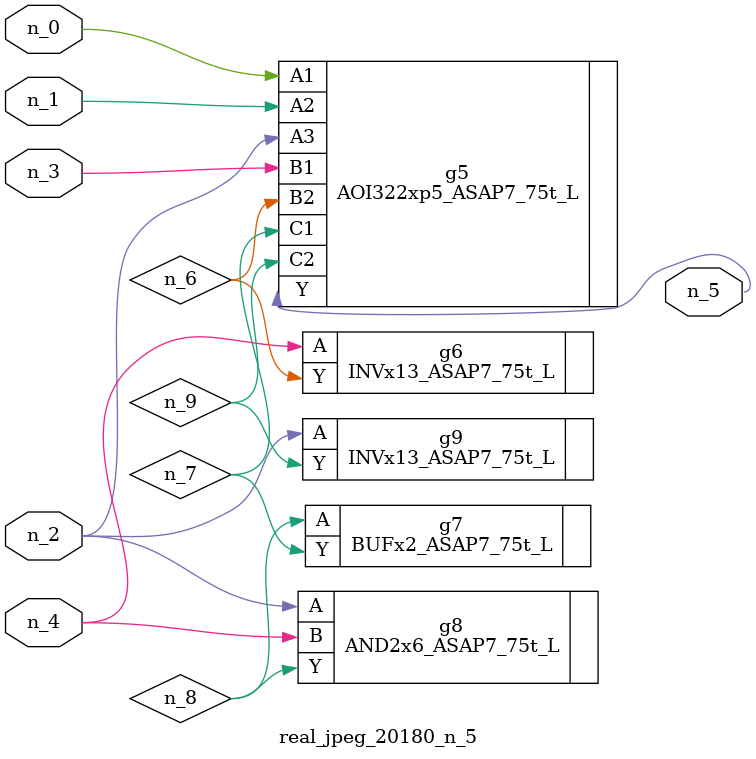
<source format=v>
module real_jpeg_20180_n_5 (n_4, n_0, n_1, n_2, n_3, n_5);

input n_4;
input n_0;
input n_1;
input n_2;
input n_3;

output n_5;

wire n_8;
wire n_6;
wire n_7;
wire n_9;

AOI322xp5_ASAP7_75t_L g5 ( 
.A1(n_0),
.A2(n_1),
.A3(n_2),
.B1(n_3),
.B2(n_6),
.C1(n_7),
.C2(n_9),
.Y(n_5)
);

AND2x6_ASAP7_75t_L g8 ( 
.A(n_2),
.B(n_4),
.Y(n_8)
);

INVx13_ASAP7_75t_L g9 ( 
.A(n_2),
.Y(n_9)
);

INVx13_ASAP7_75t_L g6 ( 
.A(n_4),
.Y(n_6)
);

BUFx2_ASAP7_75t_L g7 ( 
.A(n_8),
.Y(n_7)
);


endmodule
</source>
